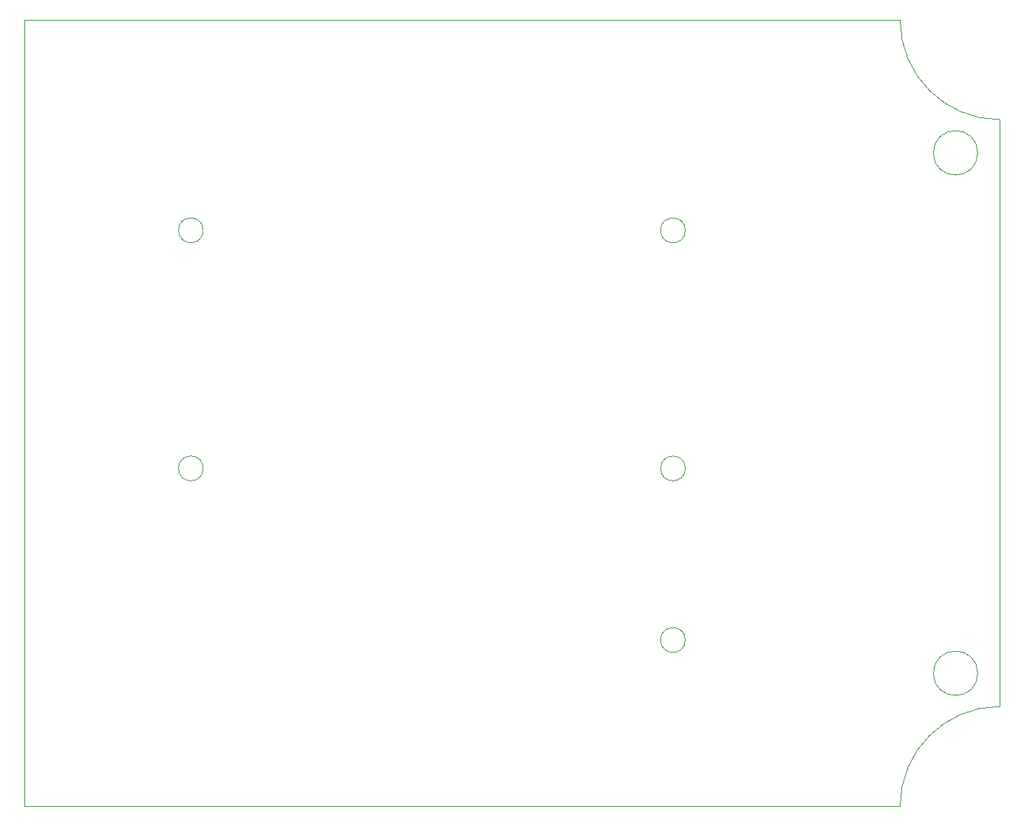
<source format=gbr>
G04 #@! TF.GenerationSoftware,KiCad,Pcbnew,(5.1.9)-1*
G04 #@! TF.CreationDate,2021-03-29T17:49:30-07:00*
G04 #@! TF.ProjectId,DSAMKVIC,4453414d-4b56-4494-932e-6b696361645f,rev?*
G04 #@! TF.SameCoordinates,Original*
G04 #@! TF.FileFunction,Profile,NP*
%FSLAX46Y46*%
G04 Gerber Fmt 4.6, Leading zero omitted, Abs format (unit mm)*
G04 Created by KiCad (PCBNEW (5.1.9)-1) date 2021-03-29 17:49:30*
%MOMM*%
%LPD*%
G01*
G04 APERTURE LIST*
G04 #@! TA.AperFunction,Profile*
%ADD10C,0.050000*%
G04 #@! TD*
G04 APERTURE END LIST*
D10*
X172234903Y-123190000D02*
G75*
G03*
X172234903Y-123190000I-1419903J0D01*
G01*
X116989903Y-76200000D02*
G75*
G03*
X116989903Y-76200000I-1419903J0D01*
G01*
X172234903Y-76200000D02*
G75*
G03*
X172234903Y-76200000I-1419903J0D01*
G01*
X172234903Y-103505000D02*
G75*
G03*
X172234903Y-103505000I-1419903J0D01*
G01*
X116989903Y-103505000D02*
G75*
G03*
X116989903Y-103505000I-1419903J0D01*
G01*
X205740000Y-67310000D02*
G75*
G03*
X205740000Y-67310000I-2540000J0D01*
G01*
X205740000Y-127000000D02*
G75*
G03*
X205740000Y-127000000I-2540000J0D01*
G01*
X208280000Y-63500000D02*
X208280000Y-130810000D01*
X196850000Y-142240000D02*
X96520000Y-142240000D01*
X196850000Y-52070000D02*
X96520000Y-52070000D01*
X96520000Y-142240000D02*
X96520000Y-52070000D01*
X196850000Y-142240000D02*
G75*
G02*
X208280000Y-130810000I11430000J0D01*
G01*
X208280000Y-63500000D02*
G75*
G02*
X196850000Y-52070000I0J11430000D01*
G01*
M02*

</source>
